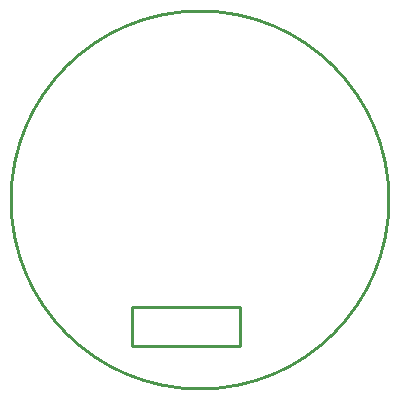
<source format=gbr>
G04 Layer_Color=16711935*
%FSLAX25Y25*%
%MOIN*%
%TF.FileFunction,Keep-out*%
%TF.Part,Single*%
G01*
G75*
%ADD38C,0.01000*%
D38*
X455571Y322721D02*
G03*
X455571Y322721I-62992J0D01*
G01*
X370000Y287000D02*
X406000D01*
Y274000D02*
Y287000D01*
X370000Y274000D02*
X406000D01*
X370000D02*
Y287000D01*
%TF.MD5,BCC1AF898057C6AACEBCD811DF805296*%
M02*

</source>
